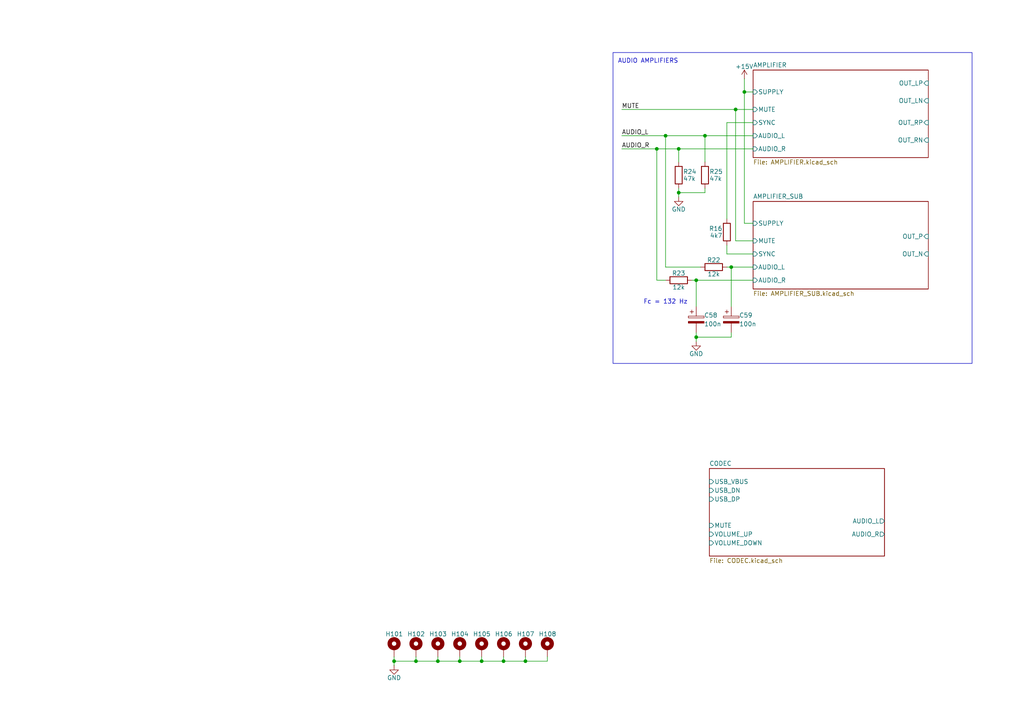
<source format=kicad_sch>
(kicad_sch
	(version 20231120)
	(generator "eeschema")
	(generator_version "8.0")
	(uuid "3d08ab11-db74-4dd8-9c4a-7ceafb634b33")
	(paper "A4")
	(lib_symbols
		(symbol "Device:C_Polarized"
			(pin_numbers hide)
			(pin_names
				(offset 0.254)
			)
			(exclude_from_sim no)
			(in_bom yes)
			(on_board yes)
			(property "Reference" "C"
				(at 0.635 2.54 0)
				(effects
					(font
						(size 1.27 1.27)
					)
					(justify left)
				)
			)
			(property "Value" "C_Polarized"
				(at 0.635 -2.54 0)
				(effects
					(font
						(size 1.27 1.27)
					)
					(justify left)
				)
			)
			(property "Footprint" ""
				(at 0.9652 -3.81 0)
				(effects
					(font
						(size 1.27 1.27)
					)
					(hide yes)
				)
			)
			(property "Datasheet" "~"
				(at 0 0 0)
				(effects
					(font
						(size 1.27 1.27)
					)
					(hide yes)
				)
			)
			(property "Description" "Polarized capacitor"
				(at 0 0 0)
				(effects
					(font
						(size 1.27 1.27)
					)
					(hide yes)
				)
			)
			(property "ki_keywords" "cap capacitor"
				(at 0 0 0)
				(effects
					(font
						(size 1.27 1.27)
					)
					(hide yes)
				)
			)
			(property "ki_fp_filters" "CP_*"
				(at 0 0 0)
				(effects
					(font
						(size 1.27 1.27)
					)
					(hide yes)
				)
			)
			(symbol "C_Polarized_0_1"
				(rectangle
					(start -2.286 0.508)
					(end 2.286 1.016)
					(stroke
						(width 0)
						(type default)
					)
					(fill
						(type none)
					)
				)
				(polyline
					(pts
						(xy -1.778 2.286) (xy -0.762 2.286)
					)
					(stroke
						(width 0)
						(type default)
					)
					(fill
						(type none)
					)
				)
				(polyline
					(pts
						(xy -1.27 2.794) (xy -1.27 1.778)
					)
					(stroke
						(width 0)
						(type default)
					)
					(fill
						(type none)
					)
				)
				(rectangle
					(start 2.286 -0.508)
					(end -2.286 -1.016)
					(stroke
						(width 0)
						(type default)
					)
					(fill
						(type outline)
					)
				)
			)
			(symbol "C_Polarized_1_1"
				(pin passive line
					(at 0 3.81 270)
					(length 2.794)
					(name "~"
						(effects
							(font
								(size 1.27 1.27)
							)
						)
					)
					(number "1"
						(effects
							(font
								(size 1.27 1.27)
							)
						)
					)
				)
				(pin passive line
					(at 0 -3.81 90)
					(length 2.794)
					(name "~"
						(effects
							(font
								(size 1.27 1.27)
							)
						)
					)
					(number "2"
						(effects
							(font
								(size 1.27 1.27)
							)
						)
					)
				)
			)
		)
		(symbol "Device:R"
			(pin_numbers hide)
			(pin_names
				(offset 0)
			)
			(exclude_from_sim no)
			(in_bom yes)
			(on_board yes)
			(property "Reference" "R"
				(at 2.032 0 90)
				(effects
					(font
						(size 1.27 1.27)
					)
				)
			)
			(property "Value" "R"
				(at 0 0 90)
				(effects
					(font
						(size 1.27 1.27)
					)
				)
			)
			(property "Footprint" ""
				(at -1.778 0 90)
				(effects
					(font
						(size 1.27 1.27)
					)
					(hide yes)
				)
			)
			(property "Datasheet" "~"
				(at 0 0 0)
				(effects
					(font
						(size 1.27 1.27)
					)
					(hide yes)
				)
			)
			(property "Description" "Resistor"
				(at 0 0 0)
				(effects
					(font
						(size 1.27 1.27)
					)
					(hide yes)
				)
			)
			(property "ki_keywords" "R res resistor"
				(at 0 0 0)
				(effects
					(font
						(size 1.27 1.27)
					)
					(hide yes)
				)
			)
			(property "ki_fp_filters" "R_*"
				(at 0 0 0)
				(effects
					(font
						(size 1.27 1.27)
					)
					(hide yes)
				)
			)
			(symbol "R_0_1"
				(rectangle
					(start -1.016 -2.54)
					(end 1.016 2.54)
					(stroke
						(width 0.254)
						(type default)
					)
					(fill
						(type none)
					)
				)
			)
			(symbol "R_1_1"
				(pin passive line
					(at 0 3.81 270)
					(length 1.27)
					(name "~"
						(effects
							(font
								(size 1.27 1.27)
							)
						)
					)
					(number "1"
						(effects
							(font
								(size 1.27 1.27)
							)
						)
					)
				)
				(pin passive line
					(at 0 -3.81 90)
					(length 1.27)
					(name "~"
						(effects
							(font
								(size 1.27 1.27)
							)
						)
					)
					(number "2"
						(effects
							(font
								(size 1.27 1.27)
							)
						)
					)
				)
			)
		)
		(symbol "Mechanical:MountingHole_Pad"
			(pin_numbers hide)
			(pin_names
				(offset 1.016) hide)
			(exclude_from_sim yes)
			(in_bom no)
			(on_board yes)
			(property "Reference" "H"
				(at 0 6.35 0)
				(effects
					(font
						(size 1.27 1.27)
					)
				)
			)
			(property "Value" "MountingHole_Pad"
				(at 0 4.445 0)
				(effects
					(font
						(size 1.27 1.27)
					)
				)
			)
			(property "Footprint" ""
				(at 0 0 0)
				(effects
					(font
						(size 1.27 1.27)
					)
					(hide yes)
				)
			)
			(property "Datasheet" "~"
				(at 0 0 0)
				(effects
					(font
						(size 1.27 1.27)
					)
					(hide yes)
				)
			)
			(property "Description" "Mounting Hole with connection"
				(at 0 0 0)
				(effects
					(font
						(size 1.27 1.27)
					)
					(hide yes)
				)
			)
			(property "ki_keywords" "mounting hole"
				(at 0 0 0)
				(effects
					(font
						(size 1.27 1.27)
					)
					(hide yes)
				)
			)
			(property "ki_fp_filters" "MountingHole*Pad*"
				(at 0 0 0)
				(effects
					(font
						(size 1.27 1.27)
					)
					(hide yes)
				)
			)
			(symbol "MountingHole_Pad_0_1"
				(circle
					(center 0 1.27)
					(radius 1.27)
					(stroke
						(width 1.27)
						(type default)
					)
					(fill
						(type none)
					)
				)
			)
			(symbol "MountingHole_Pad_1_1"
				(pin input line
					(at 0 -2.54 90)
					(length 2.54)
					(name "1"
						(effects
							(font
								(size 1.27 1.27)
							)
						)
					)
					(number "1"
						(effects
							(font
								(size 1.27 1.27)
							)
						)
					)
				)
			)
		)
		(symbol "power:+15V"
			(power)
			(pin_numbers hide)
			(pin_names
				(offset 0) hide)
			(exclude_from_sim no)
			(in_bom yes)
			(on_board yes)
			(property "Reference" "#PWR"
				(at 0 -3.81 0)
				(effects
					(font
						(size 1.27 1.27)
					)
					(hide yes)
				)
			)
			(property "Value" "+15V"
				(at 0 3.556 0)
				(effects
					(font
						(size 1.27 1.27)
					)
				)
			)
			(property "Footprint" ""
				(at 0 0 0)
				(effects
					(font
						(size 1.27 1.27)
					)
					(hide yes)
				)
			)
			(property "Datasheet" ""
				(at 0 0 0)
				(effects
					(font
						(size 1.27 1.27)
					)
					(hide yes)
				)
			)
			(property "Description" "Power symbol creates a global label with name \"+15V\""
				(at 0 0 0)
				(effects
					(font
						(size 1.27 1.27)
					)
					(hide yes)
				)
			)
			(property "ki_keywords" "global power"
				(at 0 0 0)
				(effects
					(font
						(size 1.27 1.27)
					)
					(hide yes)
				)
			)
			(symbol "+15V_0_1"
				(polyline
					(pts
						(xy -0.762 1.27) (xy 0 2.54)
					)
					(stroke
						(width 0)
						(type default)
					)
					(fill
						(type none)
					)
				)
				(polyline
					(pts
						(xy 0 0) (xy 0 2.54)
					)
					(stroke
						(width 0)
						(type default)
					)
					(fill
						(type none)
					)
				)
				(polyline
					(pts
						(xy 0 2.54) (xy 0.762 1.27)
					)
					(stroke
						(width 0)
						(type default)
					)
					(fill
						(type none)
					)
				)
			)
			(symbol "+15V_1_1"
				(pin power_in line
					(at 0 0 90)
					(length 0)
					(name "~"
						(effects
							(font
								(size 1.27 1.27)
							)
						)
					)
					(number "1"
						(effects
							(font
								(size 1.27 1.27)
							)
						)
					)
				)
			)
		)
		(symbol "power:GND"
			(power)
			(pin_numbers hide)
			(pin_names
				(offset 0) hide)
			(exclude_from_sim no)
			(in_bom yes)
			(on_board yes)
			(property "Reference" "#PWR"
				(at 0 -6.35 0)
				(effects
					(font
						(size 1.27 1.27)
					)
					(hide yes)
				)
			)
			(property "Value" "GND"
				(at 0 -3.81 0)
				(effects
					(font
						(size 1.27 1.27)
					)
				)
			)
			(property "Footprint" ""
				(at 0 0 0)
				(effects
					(font
						(size 1.27 1.27)
					)
					(hide yes)
				)
			)
			(property "Datasheet" ""
				(at 0 0 0)
				(effects
					(font
						(size 1.27 1.27)
					)
					(hide yes)
				)
			)
			(property "Description" "Power symbol creates a global label with name \"GND\" , ground"
				(at 0 0 0)
				(effects
					(font
						(size 1.27 1.27)
					)
					(hide yes)
				)
			)
			(property "ki_keywords" "global power"
				(at 0 0 0)
				(effects
					(font
						(size 1.27 1.27)
					)
					(hide yes)
				)
			)
			(symbol "GND_0_1"
				(polyline
					(pts
						(xy 0 0) (xy 0 -1.27) (xy 1.27 -1.27) (xy 0 -2.54) (xy -1.27 -1.27) (xy 0 -1.27)
					)
					(stroke
						(width 0)
						(type default)
					)
					(fill
						(type none)
					)
				)
			)
			(symbol "GND_1_1"
				(pin power_in line
					(at 0 0 270)
					(length 0)
					(name "~"
						(effects
							(font
								(size 1.27 1.27)
							)
						)
					)
					(number "1"
						(effects
							(font
								(size 1.27 1.27)
							)
						)
					)
				)
			)
		)
	)
	(junction
		(at 201.93 97.79)
		(diameter 0)
		(color 0 0 0 0)
		(uuid "129c5451-28aa-46f9-9148-153e8c56d1a4")
	)
	(junction
		(at 212.09 77.47)
		(diameter 0)
		(color 0 0 0 0)
		(uuid "19d98ebb-c503-4966-a9b0-71d96f7c0fa1")
	)
	(junction
		(at 201.93 81.28)
		(diameter 0)
		(color 0 0 0 0)
		(uuid "2bb0756b-53ba-4f82-a566-85f470946371")
	)
	(junction
		(at 196.85 55.88)
		(diameter 0)
		(color 0 0 0 0)
		(uuid "33eeae57-1c46-43c9-95d2-70e57f7ac1c9")
	)
	(junction
		(at 146.05 191.77)
		(diameter 0)
		(color 0 0 0 0)
		(uuid "3881d6c3-1830-4155-9e73-defad18eb04f")
	)
	(junction
		(at 213.36 31.75)
		(diameter 0)
		(color 0 0 0 0)
		(uuid "3aed21f3-3886-42f0-81a3-8fe47546afe3")
	)
	(junction
		(at 215.9 26.67)
		(diameter 0)
		(color 0 0 0 0)
		(uuid "40ee93d1-f2b0-4cb5-ad13-f39546407b8b")
	)
	(junction
		(at 120.65 191.77)
		(diameter 0)
		(color 0 0 0 0)
		(uuid "77058d03-2949-46cd-a8b5-0ddd7f5fda20")
	)
	(junction
		(at 152.4 191.77)
		(diameter 0)
		(color 0 0 0 0)
		(uuid "77bca380-b88d-44bc-a9ae-3e38405f2727")
	)
	(junction
		(at 204.47 39.37)
		(diameter 0)
		(color 0 0 0 0)
		(uuid "81f1298d-3353-4bb5-b0f5-37ff93a7f516")
	)
	(junction
		(at 193.04 39.37)
		(diameter 0)
		(color 0 0 0 0)
		(uuid "87dff927-f21e-47a3-9a9c-91bac5f9e23c")
	)
	(junction
		(at 133.35 191.77)
		(diameter 0)
		(color 0 0 0 0)
		(uuid "88b8d9a7-a5f9-4845-9621-46cdc3a90073")
	)
	(junction
		(at 190.5 43.18)
		(diameter 0)
		(color 0 0 0 0)
		(uuid "894494b3-b86d-4438-8524-672179bdb73a")
	)
	(junction
		(at 139.7 191.77)
		(diameter 0)
		(color 0 0 0 0)
		(uuid "9e9489fa-07fe-47ab-9303-288e255cd004")
	)
	(junction
		(at 127 191.77)
		(diameter 0)
		(color 0 0 0 0)
		(uuid "ae90622c-0aa7-438f-aa0e-349081a88bce")
	)
	(junction
		(at 114.3 191.77)
		(diameter 0)
		(color 0 0 0 0)
		(uuid "c055e19c-a998-4e1e-b7b0-98cd3ea63737")
	)
	(junction
		(at 196.85 43.18)
		(diameter 0)
		(color 0 0 0 0)
		(uuid "c89502dc-3a5d-447b-b655-5c8f3a7cf2b4")
	)
	(wire
		(pts
			(xy 218.44 69.85) (xy 213.36 69.85)
		)
		(stroke
			(width 0)
			(type default)
		)
		(uuid "03b01242-82d8-469c-b1c7-04161c466ffd")
	)
	(wire
		(pts
			(xy -49.53 63.5) (xy -41.91 63.5)
		)
		(stroke
			(width 0)
			(type default)
		)
		(uuid "0bb96ade-0841-4437-a954-a02d1c5eed88")
	)
	(wire
		(pts
			(xy 190.5 81.28) (xy 190.5 43.18)
		)
		(stroke
			(width 0)
			(type default)
		)
		(uuid "251b4339-3cd7-4e94-aa67-87f26c4d0b3f")
	)
	(wire
		(pts
			(xy -49.53 68.58) (xy -33.02 68.58)
		)
		(stroke
			(width 0)
			(type default)
		)
		(uuid "2755520c-8e13-45fb-a6ef-65adadaaa061")
	)
	(wire
		(pts
			(xy 180.34 39.37) (xy 193.04 39.37)
		)
		(stroke
			(width 0)
			(type default)
		)
		(uuid "3434bc06-b59e-448e-8060-8a07a9428c2f")
	)
	(wire
		(pts
			(xy 212.09 77.47) (xy 218.44 77.47)
		)
		(stroke
			(width 0)
			(type default)
		)
		(uuid "37366d17-7ab5-4e19-afc6-71549f768145")
	)
	(wire
		(pts
			(xy -49.53 2.54) (xy -44.45 2.54)
		)
		(stroke
			(width 0)
			(type default)
		)
		(uuid "3827d9a8-052a-426e-a4c2-52cdc334e4ff")
	)
	(wire
		(pts
			(xy 201.93 97.79) (xy 201.93 96.52)
		)
		(stroke
			(width 0)
			(type default)
		)
		(uuid "3b4a224a-4c4a-45cc-b507-ca7cca44beb6")
	)
	(wire
		(pts
			(xy -41.91 0) (xy -49.53 0)
		)
		(stroke
			(width 0)
			(type default)
		)
		(uuid "40561a5e-ff75-4f42-b544-945d0b7cd4ab")
	)
	(wire
		(pts
			(xy 133.35 191.77) (xy 139.7 191.77)
		)
		(stroke
			(width 0)
			(type default)
		)
		(uuid "43949a61-6ab2-4fa1-b27d-c597bba1005a")
	)
	(wire
		(pts
			(xy 158.75 190.5) (xy 158.75 191.77)
		)
		(stroke
			(width 0)
			(type default)
		)
		(uuid "4b9a8d1e-9ab7-490b-a0a9-91a1d5a0fa17")
	)
	(wire
		(pts
			(xy 212.09 96.52) (xy 212.09 97.79)
		)
		(stroke
			(width 0)
			(type default)
		)
		(uuid "4e1d8ef8-48ed-4048-a4a9-2a40d5c9e336")
	)
	(wire
		(pts
			(xy 114.3 190.5) (xy 114.3 191.77)
		)
		(stroke
			(width 0)
			(type default)
		)
		(uuid "4e278802-6154-4029-b8e6-e6d0713b50b3")
	)
	(wire
		(pts
			(xy 218.44 26.67) (xy 215.9 26.67)
		)
		(stroke
			(width 0)
			(type default)
		)
		(uuid "5089ac76-2cb4-4996-aaa3-a7e0cb31e769")
	)
	(wire
		(pts
			(xy 200.66 81.28) (xy 201.93 81.28)
		)
		(stroke
			(width 0)
			(type default)
		)
		(uuid "509e030c-2506-4a96-af8e-65846fdf6228")
	)
	(wire
		(pts
			(xy 196.85 55.88) (xy 204.47 55.88)
		)
		(stroke
			(width 0)
			(type default)
		)
		(uuid "543e0844-c1c5-4f27-8a5c-3cbf5513d4e1")
	)
	(wire
		(pts
			(xy 190.5 81.28) (xy 193.04 81.28)
		)
		(stroke
			(width 0)
			(type default)
		)
		(uuid "55ae5655-bb6f-4b03-bf48-43041f0f46c0")
	)
	(wire
		(pts
			(xy -46.99 25.4) (xy -49.53 25.4)
		)
		(stroke
			(width 0)
			(type default)
		)
		(uuid "59b5fcd4-03ff-48cd-9f5b-0dc8b27f8b16")
	)
	(wire
		(pts
			(xy 152.4 191.77) (xy 158.75 191.77)
		)
		(stroke
			(width 0)
			(type default)
		)
		(uuid "5c12f233-e2fd-4024-a2fd-0e9ec0fabb7d")
	)
	(wire
		(pts
			(xy 120.65 190.5) (xy 120.65 191.77)
		)
		(stroke
			(width 0)
			(type default)
		)
		(uuid "64ae61cf-3c9f-4758-b660-596927cf8ee8")
	)
	(wire
		(pts
			(xy 180.34 31.75) (xy 213.36 31.75)
		)
		(stroke
			(width 0)
			(type default)
		)
		(uuid "6c6c26ce-a657-43ba-a34c-1a8e96aff39b")
	)
	(wire
		(pts
			(xy 146.05 190.5) (xy 146.05 191.77)
		)
		(stroke
			(width 0)
			(type default)
		)
		(uuid "71b100d8-bffc-49a3-95b2-97675a931373")
	)
	(wire
		(pts
			(xy 196.85 57.15) (xy 196.85 55.88)
		)
		(stroke
			(width 0)
			(type default)
		)
		(uuid "770ce374-fcf0-48f2-8a4d-e0c774d03177")
	)
	(wire
		(pts
			(xy 152.4 190.5) (xy 152.4 191.77)
		)
		(stroke
			(width 0)
			(type default)
		)
		(uuid "776aa646-9589-4395-a8e7-6f8798c40f6c")
	)
	(wire
		(pts
			(xy 180.34 43.18) (xy 190.5 43.18)
		)
		(stroke
			(width 0)
			(type default)
		)
		(uuid "80e6ddc2-e184-4ae8-a074-05f4363d5361")
	)
	(wire
		(pts
			(xy 193.04 39.37) (xy 193.04 77.47)
		)
		(stroke
			(width 0)
			(type default)
		)
		(uuid "81b6fb60-8c42-43a0-bf7e-c40896a44d5e")
	)
	(wire
		(pts
			(xy 133.35 190.5) (xy 133.35 191.77)
		)
		(stroke
			(width 0)
			(type default)
		)
		(uuid "8397568a-1f16-4a11-8682-530e32d0f6fe")
	)
	(wire
		(pts
			(xy 193.04 77.47) (xy 203.2 77.47)
		)
		(stroke
			(width 0)
			(type default)
		)
		(uuid "876b65a6-7811-4d17-9bb7-8bc3bbb55e61")
	)
	(wire
		(pts
			(xy 213.36 31.75) (xy 218.44 31.75)
		)
		(stroke
			(width 0)
			(type default)
		)
		(uuid "8c1b1b8d-8d24-4c43-a8be-ee728e466242")
	)
	(wire
		(pts
			(xy 114.3 191.77) (xy 120.65 191.77)
		)
		(stroke
			(width 0)
			(type default)
		)
		(uuid "8e19732c-d6e9-4cfb-8c6e-f6235da6f677")
	)
	(wire
		(pts
			(xy 218.44 64.77) (xy 215.9 64.77)
		)
		(stroke
			(width 0)
			(type default)
		)
		(uuid "8ffc1f7d-8264-47a7-97f1-69afd3985746")
	)
	(wire
		(pts
			(xy 212.09 77.47) (xy 212.09 88.9)
		)
		(stroke
			(width 0)
			(type default)
		)
		(uuid "928c5ad7-fd7b-4d70-98d2-e1e6102cc476")
	)
	(wire
		(pts
			(xy -49.53 49.53) (xy -33.02 49.53)
		)
		(stroke
			(width 0)
			(type default)
		)
		(uuid "9317d3fb-d1b5-4572-9831-d49a4ba5ad01")
	)
	(wire
		(pts
			(xy 204.47 39.37) (xy 218.44 39.37)
		)
		(stroke
			(width 0)
			(type default)
		)
		(uuid "94a7cae7-7d41-4c91-9127-645f75eb9a3d")
	)
	(wire
		(pts
			(xy 146.05 191.77) (xy 152.4 191.77)
		)
		(stroke
			(width 0)
			(type default)
		)
		(uuid "9a287c63-f809-4e10-be4c-b1424b5438e8")
	)
	(wire
		(pts
			(xy 196.85 43.18) (xy 196.85 46.99)
		)
		(stroke
			(width 0)
			(type default)
		)
		(uuid "9cd6cee8-5d5c-4b6c-a245-ab819afaf9a2")
	)
	(wire
		(pts
			(xy 196.85 54.61) (xy 196.85 55.88)
		)
		(stroke
			(width 0)
			(type default)
		)
		(uuid "9d653b60-6ee9-460c-91f6-2f6b29819a42")
	)
	(wire
		(pts
			(xy -49.53 30.48) (xy -33.02 30.48)
		)
		(stroke
			(width 0)
			(type default)
		)
		(uuid "b38b8dd4-1e7a-4be6-84bc-734841a5b1a7")
	)
	(wire
		(pts
			(xy 127 190.5) (xy 127 191.77)
		)
		(stroke
			(width 0)
			(type default)
		)
		(uuid "b3d2cfc2-3367-47f9-9cde-2ee5ba069f31")
	)
	(wire
		(pts
			(xy 139.7 191.77) (xy 146.05 191.77)
		)
		(stroke
			(width 0)
			(type default)
		)
		(uuid "b44d2a65-36d2-4d2c-9fdb-8a850db1d4fd")
	)
	(wire
		(pts
			(xy 190.5 43.18) (xy 196.85 43.18)
		)
		(stroke
			(width 0)
			(type default)
		)
		(uuid "b49bd994-3ee0-4a00-bc6c-e10ed8f4bec9")
	)
	(wire
		(pts
			(xy 218.44 35.56) (xy 210.82 35.56)
		)
		(stroke
			(width 0)
			(type default)
		)
		(uuid "b55e06c4-395e-4d12-9fbf-361e7649c5a4")
	)
	(wire
		(pts
			(xy 210.82 71.12) (xy 210.82 73.66)
		)
		(stroke
			(width 0)
			(type default)
		)
		(uuid "b74e467c-10fe-49d1-ae51-671c6b814bb4")
	)
	(wire
		(pts
			(xy 139.7 190.5) (xy 139.7 191.77)
		)
		(stroke
			(width 0)
			(type default)
		)
		(uuid "b8ddba39-a87e-48ef-8ff0-a41ae5c693a4")
	)
	(wire
		(pts
			(xy -44.45 44.45) (xy -49.53 44.45)
		)
		(stroke
			(width 0)
			(type default)
		)
		(uuid "bd493eb1-0f33-4785-8352-29b7ca79d858")
	)
	(wire
		(pts
			(xy 210.82 73.66) (xy 218.44 73.66)
		)
		(stroke
			(width 0)
			(type default)
		)
		(uuid "be1eea68-b76e-4a3c-912b-9613c8561016")
	)
	(wire
		(pts
			(xy 215.9 26.67) (xy 215.9 64.77)
		)
		(stroke
			(width 0)
			(type default)
		)
		(uuid "c7973a66-fc5b-4e5b-a86b-61495ca50439")
	)
	(wire
		(pts
			(xy 210.82 77.47) (xy 212.09 77.47)
		)
		(stroke
			(width 0)
			(type default)
		)
		(uuid "cc3bef3d-5ae9-48bc-bbaf-3b8d3f060e1e")
	)
	(wire
		(pts
			(xy 215.9 26.67) (xy 215.9 22.86)
		)
		(stroke
			(width 0)
			(type default)
		)
		(uuid "cd5bfb34-0a10-4eb6-9e93-2d34230c46bf")
	)
	(wire
		(pts
			(xy 193.04 39.37) (xy 204.47 39.37)
		)
		(stroke
			(width 0)
			(type default)
		)
		(uuid "ce6043e7-bdd0-43d2-8abc-4cea177e5058")
	)
	(wire
		(pts
			(xy 204.47 39.37) (xy 204.47 46.99)
		)
		(stroke
			(width 0)
			(type default)
		)
		(uuid "d50143c3-d8f0-42d2-9c45-4f9eda68edd0")
	)
	(wire
		(pts
			(xy 204.47 54.61) (xy 204.47 55.88)
		)
		(stroke
			(width 0)
			(type default)
		)
		(uuid "d54971fb-b169-41fc-8b3a-9a63214d3547")
	)
	(wire
		(pts
			(xy -44.45 2.54) (xy -44.45 44.45)
		)
		(stroke
			(width 0)
			(type default)
		)
		(uuid "d8b1f444-21be-4621-b1ee-99b90f583d28")
	)
	(wire
		(pts
			(xy 201.93 97.79) (xy 201.93 99.06)
		)
		(stroke
			(width 0)
			(type default)
		)
		(uuid "dacf1ee9-2d41-482c-8804-71491536e52c")
	)
	(wire
		(pts
			(xy -41.91 63.5) (xy -41.91 0)
		)
		(stroke
			(width 0)
			(type default)
		)
		(uuid "deadce20-4601-49c3-8981-16453ba74142")
	)
	(wire
		(pts
			(xy 213.36 31.75) (xy 213.36 69.85)
		)
		(stroke
			(width 0)
			(type default)
		)
		(uuid "dee4b63c-d9a2-4332-a436-3cee3bfd8231")
	)
	(wire
		(pts
			(xy 114.3 191.77) (xy 114.3 193.04)
		)
		(stroke
			(width 0)
			(type default)
		)
		(uuid "e3d6c474-fddd-4d6a-97a9-fd1d61e42ff8")
	)
	(wire
		(pts
			(xy 127 191.77) (xy 133.35 191.77)
		)
		(stroke
			(width 0)
			(type default)
		)
		(uuid "e9cbfb65-9311-4934-8259-a2b039485e46")
	)
	(wire
		(pts
			(xy 201.93 81.28) (xy 201.93 88.9)
		)
		(stroke
			(width 0)
			(type default)
		)
		(uuid "ebd51762-965e-45d3-826d-1fdb8dc4af6c")
	)
	(wire
		(pts
			(xy 120.65 191.77) (xy 127 191.77)
		)
		(stroke
			(width 0)
			(type default)
		)
		(uuid "ecaddd4b-4ee5-43ef-ac21-cf213ddc58be")
	)
	(wire
		(pts
			(xy -46.99 5.08) (xy -46.99 25.4)
		)
		(stroke
			(width 0)
			(type default)
		)
		(uuid "eebd974a-46ad-4bc1-8c7e-bfe824bb5997")
	)
	(wire
		(pts
			(xy 210.82 35.56) (xy 210.82 63.5)
		)
		(stroke
			(width 0)
			(type default)
		)
		(uuid "f058092a-871c-40b0-acfd-b7bc7f21a542")
	)
	(wire
		(pts
			(xy 201.93 97.79) (xy 212.09 97.79)
		)
		(stroke
			(width 0)
			(type default)
		)
		(uuid "f4353ab0-f2bf-45c3-84c7-34a41770de6c")
	)
	(wire
		(pts
			(xy 196.85 43.18) (xy 218.44 43.18)
		)
		(stroke
			(width 0)
			(type default)
		)
		(uuid "f97156ab-f53e-40a1-b28a-b9a4d49e23c6")
	)
	(wire
		(pts
			(xy 201.93 81.28) (xy 218.44 81.28)
		)
		(stroke
			(width 0)
			(type default)
		)
		(uuid "fa351f75-b1b0-4ca5-880d-45fd85c6c32b")
	)
	(wire
		(pts
			(xy -49.53 5.08) (xy -46.99 5.08)
		)
		(stroke
			(width 0)
			(type default)
		)
		(uuid "ff8c84d0-cd0b-482a-a8ee-1c7ad5192524")
	)
	(rectangle
		(start 177.8 15.24)
		(end 281.94 105.41)
		(stroke
			(width 0)
			(type default)
		)
		(fill
			(type none)
		)
		(uuid fb16de4f-5bd9-4faf-bd2a-fb268d2495ec)
	)
	(text_box "TODO:\n - Change op-amps\n - Change USB XTAL\n - Find comparator\n - Find 555-timer"
		(exclude_from_sim no)
		(at -88.9 132.08 0)
		(size 55.88 35.56)
		(stroke
			(width 0)
			(type default)
		)
		(fill
			(type none)
		)
		(effects
			(font
				(size 1.27 1.27)
			)
			(justify left top)
		)
		(uuid "2e907aa5-6bdd-4118-8711-b30f9bc7d203")
	)
	(text "Fc = 132 Hz"
		(exclude_from_sim no)
		(at 193.04 87.63 0)
		(effects
			(font
				(size 1.27 1.27)
			)
		)
		(uuid "c525c51c-3ce3-4fc7-8c5f-b238b48db2d9")
	)
	(text "AUDIO AMPLIFIERS"
		(exclude_from_sim no)
		(at 187.96 17.78 0)
		(effects
			(font
				(size 1.27 1.27)
			)
		)
		(uuid "c70d7460-3bde-45c9-a1b8-85b47aa5e540")
	)
	(label "AUDIO_R"
		(at 180.34 43.18 0)
		(fields_autoplaced yes)
		(effects
			(font
				(size 1.27 1.27)
			)
			(justify left bottom)
		)
		(uuid "162c9b54-891a-4d44-91a0-664ab7989ad1")
	)
	(label "MUTE"
		(at 180.34 31.75 0)
		(fields_autoplaced yes)
		(effects
			(font
				(size 1.27 1.27)
			)
			(justify left bottom)
		)
		(uuid "c3a7b366-e1f0-439d-a996-858ea1448b05")
	)
	(label "AUDIO_L"
		(at 180.34 39.37 0)
		(fields_autoplaced yes)
		(effects
			(font
				(size 1.27 1.27)
			)
			(justify left bottom)
		)
		(uuid "f7863e2c-55d0-4de5-8010-685a9127c65f")
	)
	(symbol
		(lib_id "Mechanical:MountingHole_Pad")
		(at 133.35 187.96 0)
		(unit 1)
		(exclude_from_sim yes)
		(in_bom no)
		(on_board yes)
		(dnp no)
		(uuid "01e858cd-b9f7-44e8-a3f3-5ac785b4d502")
		(property "Reference" "H104"
			(at 130.81 183.896 0)
			(effects
				(font
					(size 1.27 1.27)
				)
				(justify left)
			)
		)
		(property "Value" "MountingHole_Pad"
			(at 135.89 187.9599 0)
			(effects
				(font
					(size 1.27 1.27)
				)
				(justify left)
				(hide yes)
			)
		)
		(property "Footprint" "MountingHole:MountingHole_3.2mm_M3_Pad_TopBottom"
			(at 133.35 187.96 0)
			(effects
				(font
					(size 1.27 1.27)
				)
				(hide yes)
			)
		)
		(property "Datasheet" "~"
			(at 133.35 187.96 0)
			(effects
				(font
					(size 1.27 1.27)
				)
				(hide yes)
			)
		)
		(property "Description" "Mounting Hole with connection"
			(at 133.35 187.96 0)
			(effects
				(font
					(size 1.27 1.27)
				)
				(hide yes)
			)
		)
		(pin "1"
			(uuid "f77b2892-0d69-4f7a-b235-8bf047b36e36")
		)
		(instances
			(project "DesktopControl-HW"
				(path "/3d08ab11-db74-4dd8-9c4a-7ceafb634b33"
					(reference "H104")
					(unit 1)
				)
			)
		)
	)
	(symbol
		(lib_id "Device:R")
		(at 207.01 77.47 90)
		(unit 1)
		(exclude_from_sim no)
		(in_bom yes)
		(on_board yes)
		(dnp no)
		(uuid "06a8e36e-7cca-4e8c-a969-275b2bb0ba57")
		(property "Reference" "R22"
			(at 207.01 75.438 90)
			(effects
				(font
					(size 1.27 1.27)
				)
			)
		)
		(property "Value" "12k"
			(at 207.01 79.502 90)
			(effects
				(font
					(size 1.27 1.27)
				)
			)
		)
		(property "Footprint" "Resistor_SMD:R_0603_1608Metric_Pad0.98x0.95mm_HandSolder"
			(at 207.01 79.248 90)
			(effects
				(font
					(size 1.27 1.27)
				)
				(hide yes)
			)
		)
		(property "Datasheet" "~"
			(at 207.01 77.47 0)
			(effects
				(font
					(size 1.27 1.27)
				)
				(hide yes)
			)
		)
		(property "Description" "Resistor"
			(at 207.01 77.47 0)
			(effects
				(font
					(size 1.27 1.27)
				)
				(hide yes)
			)
		)
		(pin "2"
			(uuid "61fea61c-7871-4540-bd49-46f0c41124b6")
		)
		(pin "1"
			(uuid "e3e3fc2e-4fe0-4009-bd96-ee4c5de79679")
		)
		(instances
			(project "DesktopControl-HW"
				(path "/3d08ab11-db74-4dd8-9c4a-7ceafb634b33"
					(reference "R22")
					(unit 1)
				)
			)
		)
	)
	(symbol
		(lib_id "Device:R")
		(at 210.82 67.31 0)
		(mirror x)
		(unit 1)
		(exclude_from_sim no)
		(in_bom yes)
		(on_board yes)
		(dnp no)
		(uuid "13227643-e68d-4fda-9163-79f9b53e749e")
		(property "Reference" "R16"
			(at 209.55 66.294 0)
			(effects
				(font
					(size 1.27 1.27)
				)
				(justify right)
			)
		)
		(property "Value" "4k7"
			(at 209.55 68.326 0)
			(effects
				(font
					(size 1.27 1.27)
				)
				(justify right)
			)
		)
		(property "Footprint" "Resistor_SMD:R_0603_1608Metric_Pad0.98x0.95mm_HandSolder"
			(at 209.042 67.31 90)
			(effects
				(font
					(size 1.27 1.27)
				)
				(hide yes)
			)
		)
		(property "Datasheet" "~"
			(at 210.82 67.31 0)
			(effects
				(font
					(size 1.27 1.27)
				)
				(hide yes)
			)
		)
		(property "Description" "Resistor"
			(at 210.82 67.31 0)
			(effects
				(font
					(size 1.27 1.27)
				)
				(hide yes)
			)
		)
		(pin "2"
			(uuid "1d6dd1b0-0f74-4827-8834-d1f1b40ef560")
		)
		(pin "1"
			(uuid "f375cfe8-18d1-4635-9778-440063c62388")
		)
		(instances
			(project "DesktopControl-HW"
				(path "/3d08ab11-db74-4dd8-9c4a-7ceafb634b33"
					(reference "R16")
					(unit 1)
				)
			)
		)
	)
	(symbol
		(lib_id "Mechanical:MountingHole_Pad")
		(at 146.05 187.96 0)
		(unit 1)
		(exclude_from_sim yes)
		(in_bom no)
		(on_board yes)
		(dnp no)
		(uuid "1b86863d-5de3-4748-a91c-6b6552efbd14")
		(property "Reference" "H106"
			(at 143.51 183.896 0)
			(effects
				(font
					(size 1.27 1.27)
				)
				(justify left)
			)
		)
		(property "Value" "MountingHole_Pad"
			(at 148.59 187.9599 0)
			(effects
				(font
					(size 1.27 1.27)
				)
				(justify left)
				(hide yes)
			)
		)
		(property "Footprint" "MountingHole:MountingHole_3.2mm_M3_Pad_TopBottom"
			(at 146.05 187.96 0)
			(effects
				(font
					(size 1.27 1.27)
				)
				(hide yes)
			)
		)
		(property "Datasheet" "~"
			(at 146.05 187.96 0)
			(effects
				(font
					(size 1.27 1.27)
				)
				(hide yes)
			)
		)
		(property "Description" "Mounting Hole with connection"
			(at 146.05 187.96 0)
			(effects
				(font
					(size 1.27 1.27)
				)
				(hide yes)
			)
		)
		(pin "1"
			(uuid "b0f3bc04-5932-420b-a44b-036c0834df9c")
		)
		(instances
			(project "DesktopControl-HW"
				(path "/3d08ab11-db74-4dd8-9c4a-7ceafb634b33"
					(reference "H106")
					(unit 1)
				)
			)
		)
	)
	(symbol
		(lib_id "Device:R")
		(at 196.85 81.28 90)
		(unit 1)
		(exclude_from_sim no)
		(in_bom yes)
		(on_board yes)
		(dnp no)
		(uuid "2a50020d-4112-44e4-a9f6-87b6d9e8ccba")
		(property "Reference" "R23"
			(at 196.85 79.248 90)
			(effects
				(font
					(size 1.27 1.27)
				)
			)
		)
		(property "Value" "12k"
			(at 196.85 83.312 90)
			(effects
				(font
					(size 1.27 1.27)
				)
			)
		)
		(property "Footprint" "Resistor_SMD:R_0603_1608Metric_Pad0.98x0.95mm_HandSolder"
			(at 196.85 83.058 90)
			(effects
				(font
					(size 1.27 1.27)
				)
				(hide yes)
			)
		)
		(property "Datasheet" "~"
			(at 196.85 81.28 0)
			(effects
				(font
					(size 1.27 1.27)
				)
				(hide yes)
			)
		)
		(property "Description" "Resistor"
			(at 196.85 81.28 0)
			(effects
				(font
					(size 1.27 1.27)
				)
				(hide yes)
			)
		)
		(pin "2"
			(uuid "2b7aa83f-ecec-417d-b32b-1e137c4e1e02")
		)
		(pin "1"
			(uuid "b71b9546-af98-4c50-9a6e-3f8332c4aef3")
		)
		(instances
			(project "DesktopControl-HW"
				(path "/3d08ab11-db74-4dd8-9c4a-7ceafb634b33"
					(reference "R23")
					(unit 1)
				)
			)
		)
	)
	(symbol
		(lib_id "Device:C_Polarized")
		(at 212.09 92.71 0)
		(unit 1)
		(exclude_from_sim no)
		(in_bom yes)
		(on_board yes)
		(dnp no)
		(uuid "449a165e-32d9-432d-8eed-0f5332023b61")
		(property "Reference" "C59"
			(at 214.376 91.44 0)
			(effects
				(font
					(size 1.27 1.27)
				)
				(justify left)
			)
		)
		(property "Value" "100n"
			(at 214.376 93.98 0)
			(effects
				(font
					(size 1.27 1.27)
				)
				(justify left)
			)
		)
		(property "Footprint" ""
			(at 213.0552 96.52 0)
			(effects
				(font
					(size 1.27 1.27)
				)
				(hide yes)
			)
		)
		(property "Datasheet" "~"
			(at 212.09 92.71 0)
			(effects
				(font
					(size 1.27 1.27)
				)
				(hide yes)
			)
		)
		(property "Description" "Polarized capacitor"
			(at 212.09 92.71 0)
			(effects
				(font
					(size 1.27 1.27)
				)
				(hide yes)
			)
		)
		(pin "1"
			(uuid "0082a232-e518-442e-ad68-fa05867e0f84")
		)
		(pin "2"
			(uuid "cf5400c2-9a40-45e8-b128-6d2c6d80b1af")
		)
		(instances
			(project "DesktopControl-HW"
				(path "/3d08ab11-db74-4dd8-9c4a-7ceafb634b33"
					(reference "C59")
					(unit 1)
				)
			)
		)
	)
	(symbol
		(lib_id "Mechanical:MountingHole_Pad")
		(at 114.3 187.96 0)
		(unit 1)
		(exclude_from_sim yes)
		(in_bom no)
		(on_board yes)
		(dnp no)
		(uuid "6cc6f32a-ea03-45e0-a46f-ebbf0b6e30b0")
		(property "Reference" "H101"
			(at 111.76 183.896 0)
			(effects
				(font
					(size 1.27 1.27)
				)
				(justify left)
			)
		)
		(property "Value" "MountingHole_Pad"
			(at 116.84 187.9599 0)
			(effects
				(font
					(size 1.27 1.27)
				)
				(justify left)
				(hide yes)
			)
		)
		(property "Footprint" "MountingHole:MountingHole_3.2mm_M3_Pad_TopBottom"
			(at 114.3 187.96 0)
			(effects
				(font
					(size 1.27 1.27)
				)
				(hide yes)
			)
		)
		(property "Datasheet" "~"
			(at 114.3 187.96 0)
			(effects
				(font
					(size 1.27 1.27)
				)
				(hide yes)
			)
		)
		(property "Description" "Mounting Hole with connection"
			(at 114.3 187.96 0)
			(effects
				(font
					(size 1.27 1.27)
				)
				(hide yes)
			)
		)
		(pin "1"
			(uuid "e516382d-436a-40b3-be60-c73f92774aee")
		)
		(instances
			(project "DesktopControl-HW"
				(path "/3d08ab11-db74-4dd8-9c4a-7ceafb634b33"
					(reference "H101")
					(unit 1)
				)
			)
		)
	)
	(symbol
		(lib_id "power:GND")
		(at 201.93 99.06 0)
		(unit 1)
		(exclude_from_sim no)
		(in_bom yes)
		(on_board yes)
		(dnp no)
		(uuid "76732962-c8c3-4f9a-b534-dc3e1ef790eb")
		(property "Reference" "#PWR014"
			(at 201.93 105.41 0)
			(effects
				(font
					(size 1.27 1.27)
				)
				(hide yes)
			)
		)
		(property "Value" "GND"
			(at 201.93 102.616 0)
			(effects
				(font
					(size 1.27 1.27)
				)
			)
		)
		(property "Footprint" ""
			(at 201.93 99.06 0)
			(effects
				(font
					(size 1.27 1.27)
				)
				(hide yes)
			)
		)
		(property "Datasheet" ""
			(at 201.93 99.06 0)
			(effects
				(font
					(size 1.27 1.27)
				)
				(hide yes)
			)
		)
		(property "Description" "Power symbol creates a global label with name \"GND\" , ground"
			(at 201.93 99.06 0)
			(effects
				(font
					(size 1.27 1.27)
				)
				(hide yes)
			)
		)
		(pin "1"
			(uuid "05d262d5-47c0-4879-8518-4b3480aa84d5")
		)
		(instances
			(project "DesktopControl-HW"
				(path "/3d08ab11-db74-4dd8-9c4a-7ceafb634b33"
					(reference "#PWR014")
					(unit 1)
				)
			)
		)
	)
	(symbol
		(lib_id "Mechanical:MountingHole_Pad")
		(at 158.75 187.96 0)
		(unit 1)
		(exclude_from_sim yes)
		(in_bom no)
		(on_board yes)
		(dnp no)
		(uuid "7c4b2ced-df16-40d0-8f4a-4dfefa320b01")
		(property "Reference" "H108"
			(at 156.21 183.896 0)
			(effects
				(font
					(size 1.27 1.27)
				)
				(justify left)
			)
		)
		(property "Value" "MountingHole_Pad"
			(at 161.29 187.9599 0)
			(effects
				(font
					(size 1.27 1.27)
				)
				(justify left)
				(hide yes)
			)
		)
		(property "Footprint" "MountingHole:MountingHole_3.2mm_M3_Pad_TopBottom"
			(at 158.75 187.96 0)
			(effects
				(font
					(size 1.27 1.27)
				)
				(hide yes)
			)
		)
		(property "Datasheet" "~"
			(at 158.75 187.96 0)
			(effects
				(font
					(size 1.27 1.27)
				)
				(hide yes)
			)
		)
		(property "Description" "Mounting Hole with connection"
			(at 158.75 187.96 0)
			(effects
				(font
					(size 1.27 1.27)
				)
				(hide yes)
			)
		)
		(pin "1"
			(uuid "d06db512-9b31-4e6d-88df-f2f0ec39be1a")
		)
		(instances
			(project "DesktopControl-HW"
				(path "/3d08ab11-db74-4dd8-9c4a-7ceafb634b33"
					(reference "H108")
					(unit 1)
				)
			)
		)
	)
	(symbol
		(lib_id "Mechanical:MountingHole_Pad")
		(at 139.7 187.96 0)
		(unit 1)
		(exclude_from_sim yes)
		(in_bom no)
		(on_board yes)
		(dnp no)
		(uuid "882c51e5-1693-4465-9632-42c8ac59b96c")
		(property "Reference" "H105"
			(at 137.16 183.896 0)
			(effects
				(font
					(size 1.27 1.27)
				)
				(justify left)
			)
		)
		(property "Value" "MountingHole_Pad"
			(at 142.24 187.9599 0)
			(effects
				(font
					(size 1.27 1.27)
				)
				(justify left)
				(hide yes)
			)
		)
		(property "Footprint" "MountingHole:MountingHole_3.2mm_M3_Pad_TopBottom"
			(at 139.7 187.96 0)
			(effects
				(font
					(size 1.27 1.27)
				)
				(hide yes)
			)
		)
		(property "Datasheet" "~"
			(at 139.7 187.96 0)
			(effects
				(font
					(size 1.27 1.27)
				)
				(hide yes)
			)
		)
		(property "Description" "Mounting Hole with connection"
			(at 139.7 187.96 0)
			(effects
				(font
					(size 1.27 1.27)
				)
				(hide yes)
			)
		)
		(pin "1"
			(uuid "b526576c-b5ce-44ad-aeb3-938380120a0a")
		)
		(instances
			(project "DesktopControl-HW"
				(path "/3d08ab11-db74-4dd8-9c4a-7ceafb634b33"
					(reference "H105")
					(unit 1)
				)
			)
		)
	)
	(symbol
		(lib_id "Mechanical:MountingHole_Pad")
		(at 120.65 187.96 0)
		(unit 1)
		(exclude_from_sim yes)
		(in_bom no)
		(on_board yes)
		(dnp no)
		(uuid "91e44545-1ad5-47c4-8596-e845f191a0b2")
		(property "Reference" "H102"
			(at 118.11 183.896 0)
			(effects
				(font
					(size 1.27 1.27)
				)
				(justify left)
			)
		)
		(property "Value" "MountingHole_Pad"
			(at 123.19 187.9599 0)
			(effects
				(font
					(size 1.27 1.27)
				)
				(justify left)
				(hide yes)
			)
		)
		(property "Footprint" "MountingHole:MountingHole_3.2mm_M3_Pad_TopBottom"
			(at 120.65 187.96 0)
			(effects
				(font
					(size 1.27 1.27)
				)
				(hide yes)
			)
		)
		(property "Datasheet" "~"
			(at 120.65 187.96 0)
			(effects
				(font
					(size 1.27 1.27)
				)
				(hide yes)
			)
		)
		(property "Description" "Mounting Hole with connection"
			(at 120.65 187.96 0)
			(effects
				(font
					(size 1.27 1.27)
				)
				(hide yes)
			)
		)
		(pin "1"
			(uuid "3d4cfe73-4f6c-4ef1-a0ad-537570b4b76c")
		)
		(instances
			(project "DesktopControl-HW"
				(path "/3d08ab11-db74-4dd8-9c4a-7ceafb634b33"
					(reference "H102")
					(unit 1)
				)
			)
		)
	)
	(symbol
		(lib_id "power:+15V")
		(at 215.9 22.86 0)
		(unit 1)
		(exclude_from_sim no)
		(in_bom yes)
		(on_board yes)
		(dnp no)
		(uuid "a651bdd5-0155-4e52-b63c-19658cc57ea8")
		(property "Reference" "#PWR01"
			(at 215.9 26.67 0)
			(effects
				(font
					(size 1.27 1.27)
				)
				(hide yes)
			)
		)
		(property "Value" "+15V"
			(at 215.9 19.304 0)
			(effects
				(font
					(size 1.27 1.27)
				)
			)
		)
		(property "Footprint" ""
			(at 215.9 22.86 0)
			(effects
				(font
					(size 1.27 1.27)
				)
				(hide yes)
			)
		)
		(property "Datasheet" ""
			(at 215.9 22.86 0)
			(effects
				(font
					(size 1.27 1.27)
				)
				(hide yes)
			)
		)
		(property "Description" "Power symbol creates a global label with name \"+15V\""
			(at 215.9 22.86 0)
			(effects
				(font
					(size 1.27 1.27)
				)
				(hide yes)
			)
		)
		(pin "1"
			(uuid "4a0234d4-b268-4f88-8f92-68584d04e24e")
		)
		(instances
			(project "DesktopControl-HW"
				(path "/3d08ab11-db74-4dd8-9c4a-7ceafb634b33"
					(reference "#PWR01")
					(unit 1)
				)
			)
		)
	)
	(symbol
		(lib_id "power:GND")
		(at 114.3 193.04 0)
		(unit 1)
		(exclude_from_sim no)
		(in_bom yes)
		(on_board yes)
		(dnp no)
		(uuid "adcf86d7-cf0e-4b06-b2ff-71d37be4be99")
		(property "Reference" "#PWR0102"
			(at 114.3 199.39 0)
			(effects
				(font
					(size 1.27 1.27)
				)
				(hide yes)
			)
		)
		(property "Value" "GND"
			(at 114.3 196.596 0)
			(effects
				(font
					(size 1.27 1.27)
				)
			)
		)
		(property "Footprint" ""
			(at 114.3 193.04 0)
			(effects
				(font
					(size 1.27 1.27)
				)
				(hide yes)
			)
		)
		(property "Datasheet" ""
			(at 114.3 193.04 0)
			(effects
				(font
					(size 1.27 1.27)
				)
				(hide yes)
			)
		)
		(property "Description" "Power symbol creates a global label with name \"GND\" , ground"
			(at 114.3 193.04 0)
			(effects
				(font
					(size 1.27 1.27)
				)
				(hide yes)
			)
		)
		(pin "1"
			(uuid "e18de036-acfe-421d-a105-72be880ee3bd")
		)
		(instances
			(project "DesktopControl-HW"
				(path "/3d08ab11-db74-4dd8-9c4a-7ceafb634b33"
					(reference "#PWR0102")
					(unit 1)
				)
			)
		)
	)
	(symbol
		(lib_id "power:GND")
		(at 196.85 57.15 0)
		(unit 1)
		(exclude_from_sim no)
		(in_bom yes)
		(on_board yes)
		(dnp no)
		(uuid "b274d397-0d30-455a-9492-7121cf973abd")
		(property "Reference" "#PWR015"
			(at 196.85 63.5 0)
			(effects
				(font
					(size 1.27 1.27)
				)
				(hide yes)
			)
		)
		(property "Value" "GND"
			(at 196.85 60.706 0)
			(effects
				(font
					(size 1.27 1.27)
				)
			)
		)
		(property "Footprint" ""
			(at 196.85 57.15 0)
			(effects
				(font
					(size 1.27 1.27)
				)
				(hide yes)
			)
		)
		(property "Datasheet" ""
			(at 196.85 57.15 0)
			(effects
				(font
					(size 1.27 1.27)
				)
				(hide yes)
			)
		)
		(property "Description" "Power symbol creates a global label with name \"GND\" , ground"
			(at 196.85 57.15 0)
			(effects
				(font
					(size 1.27 1.27)
				)
				(hide yes)
			)
		)
		(pin "1"
			(uuid "f6b0e30d-721f-4664-ba77-3d1c611cc769")
		)
		(instances
			(project "DesktopControl-HW"
				(path "/3d08ab11-db74-4dd8-9c4a-7ceafb634b33"
					(reference "#PWR015")
					(unit 1)
				)
			)
		)
	)
	(symbol
		(lib_id "Device:C_Polarized")
		(at 201.93 92.71 0)
		(unit 1)
		(exclude_from_sim no)
		(in_bom yes)
		(on_board yes)
		(dnp no)
		(uuid "c44d41da-d8cf-4ffd-bde7-05285a18479d")
		(property "Reference" "C58"
			(at 204.216 91.44 0)
			(effects
				(font
					(size 1.27 1.27)
				)
				(justify left)
			)
		)
		(property "Value" "100n"
			(at 204.216 93.98 0)
			(effects
				(font
					(size 1.27 1.27)
				)
				(justify left)
			)
		)
		(property "Footprint" ""
			(at 202.8952 96.52 0)
			(effects
				(font
					(size 1.27 1.27)
				)
				(hide yes)
			)
		)
		(property "Datasheet" "~"
			(at 201.93 92.71 0)
			(effects
				(font
					(size 1.27 1.27)
				)
				(hide yes)
			)
		)
		(property "Description" "Polarized capacitor"
			(at 201.93 92.71 0)
			(effects
				(font
					(size 1.27 1.27)
				)
				(hide yes)
			)
		)
		(pin "1"
			(uuid "b907ae1d-7860-4064-bd28-8cf28b4f60d8")
		)
		(pin "2"
			(uuid "fd80a6d7-3138-4ad1-aef4-a2e7b15038f7")
		)
		(instances
			(project "DesktopControl-HW"
				(path "/3d08ab11-db74-4dd8-9c4a-7ceafb634b33"
					(reference "C58")
					(unit 1)
				)
			)
		)
	)
	(symbol
		(lib_id "Mechanical:MountingHole_Pad")
		(at 152.4 187.96 0)
		(unit 1)
		(exclude_from_sim yes)
		(in_bom no)
		(on_board yes)
		(dnp no)
		(uuid "c5272a15-07e9-414a-86bb-f8761b7fcb48")
		(property "Reference" "H107"
			(at 149.86 183.896 0)
			(effects
				(font
					(size 1.27 1.27)
				)
				(justify left)
			)
		)
		(property "Value" "MountingHole_Pad"
			(at 154.94 187.9599 0)
			(effects
				(font
					(size 1.27 1.27)
				)
				(justify left)
				(hide yes)
			)
		)
		(property "Footprint" "MountingHole:MountingHole_3.2mm_M3_Pad_TopBottom"
			(at 152.4 187.96 0)
			(effects
				(font
					(size 1.27 1.27)
				)
				(hide yes)
			)
		)
		(property "Datasheet" "~"
			(at 152.4 187.96 0)
			(effects
				(font
					(size 1.27 1.27)
				)
				(hide yes)
			)
		)
		(property "Description" "Mounting Hole with connection"
			(at 152.4 187.96 0)
			(effects
				(font
					(size 1.27 1.27)
				)
				(hide yes)
			)
		)
		(pin "1"
			(uuid "63e0b256-fb5b-47c6-acea-2882398d19f0")
		)
		(instances
			(project "DesktopControl-HW"
				(path "/3d08ab11-db74-4dd8-9c4a-7ceafb634b33"
					(reference "H107")
					(unit 1)
				)
			)
		)
	)
	(symbol
		(lib_id "Mechanical:MountingHole_Pad")
		(at 127 187.96 0)
		(unit 1)
		(exclude_from_sim yes)
		(in_bom no)
		(on_board yes)
		(dnp no)
		(uuid "ce2a36e1-a78b-42f6-87ce-6a029f047bef")
		(property "Reference" "H103"
			(at 124.46 183.896 0)
			(effects
				(font
					(size 1.27 1.27)
				)
				(justify left)
			)
		)
		(property "Value" "MountingHole_Pad"
			(at 129.54 187.9599 0)
			(effects
				(font
					(size 1.27 1.27)
				)
				(justify left)
				(hide yes)
			)
		)
		(property "Footprint" "MountingHole:MountingHole_3.2mm_M3_Pad_TopBottom"
			(at 127 187.96 0)
			(effects
				(font
					(size 1.27 1.27)
				)
				(hide yes)
			)
		)
		(property "Datasheet" "~"
			(at 127 187.96 0)
			(effects
				(font
					(size 1.27 1.27)
				)
				(hide yes)
			)
		)
		(property "Description" "Mounting Hole with connection"
			(at 127 187.96 0)
			(effects
				(font
					(size 1.27 1.27)
				)
				(hide yes)
			)
		)
		(pin "1"
			(uuid "e420b279-fe03-4eb0-92f9-5564afc56610")
		)
		(instances
			(project "DesktopControl-HW"
				(path "/3d08ab11-db74-4dd8-9c4a-7ceafb634b33"
					(reference "H103")
					(unit 1)
				)
			)
		)
	)
	(symbol
		(lib_id "Device:R")
		(at 196.85 50.8 180)
		(unit 1)
		(exclude_from_sim no)
		(in_bom yes)
		(on_board yes)
		(dnp no)
		(uuid "d42092eb-6c73-4137-98f9-ebc9b8d7cd88")
		(property "Reference" "R24"
			(at 198.12 49.784 0)
			(effects
				(font
					(size 1.27 1.27)
				)
				(justify right)
			)
		)
		(property "Value" "47k"
			(at 198.12 51.816 0)
			(effects
				(font
					(size 1.27 1.27)
				)
				(justify right)
			)
		)
		(property "Footprint" "Resistor_SMD:R_0603_1608Metric_Pad0.98x0.95mm_HandSolder"
			(at 198.628 50.8 90)
			(effects
				(font
					(size 1.27 1.27)
				)
				(hide yes)
			)
		)
		(property "Datasheet" "~"
			(at 196.85 50.8 0)
			(effects
				(font
					(size 1.27 1.27)
				)
				(hide yes)
			)
		)
		(property "Description" "Resistor"
			(at 196.85 50.8 0)
			(effects
				(font
					(size 1.27 1.27)
				)
				(hide yes)
			)
		)
		(pin "2"
			(uuid "8c0f64be-e746-4ae5-8e41-dd906993c281")
		)
		(pin "1"
			(uuid "38cb9eb2-798c-4509-bc55-2ca91043cfef")
		)
		(instances
			(project "DesktopControl-HW"
				(path "/3d08ab11-db74-4dd8-9c4a-7ceafb634b33"
					(reference "R24")
					(unit 1)
				)
			)
		)
	)
	(symbol
		(lib_id "Device:R")
		(at 204.47 50.8 180)
		(unit 1)
		(exclude_from_sim no)
		(in_bom yes)
		(on_board yes)
		(dnp no)
		(uuid "d4a29b92-3b42-44d0-8daa-7f34577f48cf")
		(property "Reference" "R25"
			(at 205.74 49.784 0)
			(effects
				(font
					(size 1.27 1.27)
				)
				(justify right)
			)
		)
		(property "Value" "47k"
			(at 205.74 51.816 0)
			(effects
				(font
					(size 1.27 1.27)
				)
				(justify right)
			)
		)
		(property "Footprint" "Resistor_SMD:R_0603_1608Metric_Pad0.98x0.95mm_HandSolder"
			(at 206.248 50.8 90)
			(effects
				(font
					(size 1.27 1.27)
				)
				(hide yes)
			)
		)
		(property "Datasheet" "~"
			(at 204.47 50.8 0)
			(effects
				(font
					(size 1.27 1.27)
				)
				(hide yes)
			)
		)
		(property "Description" "Resistor"
			(at 204.47 50.8 0)
			(effects
				(font
					(size 1.27 1.27)
				)
				(hide yes)
			)
		)
		(pin "2"
			(uuid "9cdbccdb-69dc-4f08-ad59-14e7b5b4aa6c")
		)
		(pin "1"
			(uuid "638f8541-7d3c-405e-a2c8-cfb692cc983d")
		)
		(instances
			(project "DesktopControl-HW"
				(path "/3d08ab11-db74-4dd8-9c4a-7ceafb634b33"
					(reference "R25")
					(unit 1)
				)
			)
		)
	)
	(sheet
		(at -100.33 21.59)
		(size 50.8 12.7)
		(fields_autoplaced yes)
		(stroke
			(width 0.1524)
			(type solid)
		)
		(fill
			(color 0 0 0 0.0000)
		)
		(uuid "07023a1c-011d-487f-9eef-c092272fd706")
		(property "Sheetname" "DRIVER1"
			(at -100.33 20.8784 0)
			(effects
				(font
					(size 1.27 1.27)
				)
				(justify left bottom)
			)
		)
		(property "Sheetfile" "DRIVER.kicad_sch"
			(at -100.33 34.8746 0)
			(effects
				(font
					(size 1.27 1.27)
				)
				(justify left top)
			)
		)
		(pin "SUPPLY" input
			(at -100.33 27.94 180)
			(effects
				(font
					(size 1.27 1.27)
				)
				(justify left)
			)
			(uuid "1169bfda-f832-40af-9c27-d81a5e6abc4d")
		)
		(pin "CONTROL" input
			(at -49.53 25.4 0)
			(effects
				(font
					(size 1.27 1.27)
				)
				(justify right)
			)
			(uuid "37690504-7ab8-414e-9c21-8eb510d513ff")
		)
		(pin "OUT" output
			(at -49.53 30.48 0)
			(effects
				(font
					(size 1.27 1.27)
				)
				(justify right)
			)
			(uuid "de9e8c60-fa47-4634-976d-2b984ece91d3")
		)
		(instances
			(project "DesktopControl-HW"
				(path "/3d08ab11-db74-4dd8-9c4a-7ceafb634b33"
					(page "6")
				)
			)
		)
	)
	(sheet
		(at 218.44 20.32)
		(size 50.8 25.4)
		(fields_autoplaced yes)
		(stroke
			(width 0.1524)
			(type solid)
		)
		(fill
			(color 0 0 0 0.0000)
		)
		(uuid "2e7fa3f3-a840-413e-9472-b60d8eec9937")
		(property "Sheetname" "AMPLIFIER"
			(at 218.44 19.6084 0)
			(effects
				(font
					(size 1.27 1.27)
				)
				(justify left bottom)
			)
		)
		(property "Sheetfile" "AMPLIFIER.kicad_sch"
			(at 218.44 46.3046 0)
			(effects
				(font
					(size 1.27 1.27)
				)
				(justify left top)
			)
		)
		(pin "SUPPLY" input
			(at 218.44 26.67 180)
			(effects
				(font
					(size 1.27 1.27)
				)
				(justify left)
			)
			(uuid "a4af9fee-b6bd-470b-93b6-c33127403f3d")
		)
		(pin "AUDIO_L" input
			(at 218.44 39.37 180)
			(effects
				(font
					(size 1.27 1.27)
				)
				(justify left)
			)
			(uuid "8fae076d-af2b-40da-8ec9-954aeae4be0c")
		)
		(pin "AUDIO_R" input
			(at 218.44 43.18 180)
			(effects
				(font
					(size 1.27 1.27)
				)
				(justify left)
			)
			(uuid "071ab957-8aca-4864-81fe-a21d1366ec63")
		)
		(pin "OUT_LP" input
			(at 269.24 24.13 0)
			(effects
				(font
					(size 1.27 1.27)
				)
				(justify right)
			)
			(uuid "adb8850a-198f-4bf2-89a2-832ea881c8f6")
		)
		(pin "OUT_LN" input
			(at 269.24 29.21 0)
			(effects
				(font
					(size 1.27 1.27)
				)
				(justify right)
			)
			(uuid "4cc20fd3-7c7f-4df5-9977-c52e09c7bae0")
		)
		(pin "OUT_RP" input
			(at 269.24 35.56 0)
			(effects
				(font
					(size 1.27 1.27)
				)
				(justify right)
			)
			(uuid "007a29b4-d463-4569-b135-33447d7c975e")
		)
		(pin "OUT_RN" input
			(at 269.24 40.64 0)
			(effects
				(font
					(size 1.27 1.27)
				)
				(justify right)
			)
			(uuid "a8801fd7-bf80-4f7c-8a03-077c78a80da6")
		)
		(pin "SYNC" input
			(at 218.44 35.56 180)
			(effects
				(font
					(size 1.27 1.27)
				)
				(justify left)
			)
			(uuid "0bafec9a-5125-4834-a342-a1d77a8021b0")
		)
		(pin "MUTE" input
			(at 218.44 31.75 180)
			(effects
				(font
					(size 1.27 1.27)
				)
				(justify left)
			)
			(uuid "e5e9b896-f8b5-437f-9549-c74104cf94bf")
		)
		(instances
			(project "DesktopControl-HW"
				(path "/3d08ab11-db74-4dd8-9c4a-7ceafb634b33"
					(page "4")
				)
			)
		)
	)
	(sheet
		(at 205.74 135.89)
		(size 50.8 25.4)
		(fields_autoplaced yes)
		(stroke
			(width 0.1524)
			(type solid)
		)
		(fill
			(color 0 0 0 0.0000)
		)
		(uuid "3714123f-d67f-4beb-b9c5-4dfd0139b18d")
		(property "Sheetname" "CODEC"
			(at 205.74 135.1784 0)
			(effects
				(font
					(size 1.27 1.27)
				)
				(justify left bottom)
			)
		)
		(property "Sheetfile" "CODEC.kicad_sch"
			(at 205.74 161.8746 0)
			(effects
				(font
					(size 1.27 1.27)
				)
				(justify left top)
			)
		)
		(pin "USB_DP" input
			(at 205.74 144.78 180)
			(effects
				(font
					(size 1.27 1.27)
				)
				(justify left)
			)
			(uuid "2dc5dc28-5646-4fdc-bd8c-c9cc7339131f")
		)
		(pin "USB_DN" input
			(at 205.74 142.24 180)
			(effects
				(font
					(size 1.27 1.27)
				)
				(justify left)
			)
			(uuid "f47337ba-90fd-49ee-a5b4-36a656429aac")
		)
		(pin "AUDIO_R" output
			(at 256.54 154.94 0)
			(effects
				(font
					(size 1.27 1.27)
				)
				(justify right)
			)
			(uuid "17c13d91-51e5-46e0-9f68-ae0c28226e2e")
		)
		(pin "MUTE" input
			(at 205.74 152.4 180)
			(effects
				(font
					(size 1.27 1.27)
				)
				(justify left)
			)
			(uuid "8660be9c-0e78-4403-be35-4885825adfc3")
		)
		(pin "VOLUME_DOWN" input
			(at 205.74 157.48 180)
			(effects
				(font
					(size 1.27 1.27)
				)
				(justify left)
			)
			(uuid "24732120-9e01-4146-9080-5ec1552bbb98")
		)
		(pin "USB_VBUS" input
			(at 205.74 139.7 180)
			(effects
				(font
					(size 1.27 1.27)
				)
				(justify left)
			)
			(uuid "c5548d91-37f7-46b5-af50-3a8ee87a3868")
		)
		(pin "AUDIO_L" output
			(at 256.54 151.13 0)
			(effects
				(font
					(size 1.27 1.27)
				)
				(justify right)
			)
			(uuid "c2874d9c-44a9-4230-afc7-c128437fd29f")
		)
		(pin "VOLUME_UP" input
			(at 205.74 154.94 180)
			(effects
				(font
					(size 1.27 1.27)
				)
				(justify left)
			)
			(uuid "c8bfa733-ff4a-439b-9564-049fe2204c31")
		)
		(instances
			(project "DesktopControl-HW"
				(path "/3d08ab11-db74-4dd8-9c4a-7ceafb634b33"
					(page "2")
				)
			)
		)
	)
	(sheet
		(at 218.44 58.42)
		(size 50.8 25.4)
		(fields_autoplaced yes)
		(stroke
			(width 0.1524)
			(type solid)
		)
		(fill
			(color 0 0 0 0.0000)
		)
		(uuid "5c50a79a-23f5-4156-a2d0-bc3060b632cd")
		(property "Sheetname" "AMPLIFIER_SUB"
			(at 218.44 57.7084 0)
			(effects
				(font
					(size 1.27 1.27)
				)
				(justify left bottom)
			)
		)
		(property "Sheetfile" "AMPLIFIER_SUB.kicad_sch"
			(at 218.44 84.4046 0)
			(effects
				(font
					(size 1.27 1.27)
				)
				(justify left top)
			)
		)
		(pin "SUPPLY" input
			(at 218.44 64.77 180)
			(effects
				(font
					(size 1.27 1.27)
				)
				(justify left)
			)
			(uuid "49ce5198-cf1b-469c-ab3e-5b325859c1aa")
		)
		(pin "OUT_N" input
			(at 269.24 73.66 0)
			(effects
				(font
					(size 1.27 1.27)
				)
				(justify right)
			)
			(uuid "c80dcdc4-812a-4c46-977e-8c337fe475b4")
		)
		(pin "OUT_P" input
			(at 269.24 68.58 0)
			(effects
				(font
					(size 1.27 1.27)
				)
				(justify right)
			)
			(uuid "21761c58-8c51-44bd-9b55-7ca556c91386")
		)
		(pin "AUDIO_L" input
			(at 218.44 77.47 180)
			(effects
				(font
					(size 1.27 1.27)
				)
				(justify left)
			)
			(uuid "f57c8421-fd48-417f-a3ed-b0e443d70432")
		)
		(pin "AUDIO_R" input
			(at 218.44 81.28 180)
			(effects
				(font
					(size 1.27 1.27)
				)
				(justify left)
			)
			(uuid "13519d9e-1615-4e90-82e6-f50aa710b832")
		)
		(pin "SYNC" input
			(at 218.44 73.66 180)
			(effects
				(font
					(size 1.27 1.27)
				)
				(justify left)
			)
			(uuid "cbe5bf35-d86e-4fad-a6ab-e277ab2bfc3f")
		)
		(pin "MUTE" input
			(at 218.44 69.85 180)
			(effects
				(font
					(size 1.27 1.27)
				)
				(justify left)
			)
			(uuid "4a1e55eb-67c9-4b4e-9cfe-57a256296723")
		)
		(instances
			(project "DesktopControl-HW"
				(path "/3d08ab11-db74-4dd8-9c4a-7ceafb634b33"
					(page "10")
				)
			)
		)
	)
	(sheet
		(at -100.33 -54.61)
		(size 50.8 25.4)
		(fields_autoplaced yes)
		(stroke
			(width 0.1524)
			(type solid)
		)
		(fill
			(color 0 0 0 0.0000)
		)
		(uuid "7384b715-2d56-4f34-92cf-df80c33fdd5e")
		(property "Sheetname" "POWER"
			(at -100.33 -55.3216 0)
			(effects
				(font
					(size 1.27 1.27)
				)
				(justify left bottom)
			)
		)
		(property "Sheetfile" "POWER.kicad_sch"
			(at -100.33 -28.6254 0)
			(effects
				(font
					(size 1.27 1.27)
				)
				(justify left top)
			)
		)
		(pin "USB_DP" bidirectional
			(at -100.33 -44.45 180)
			(effects
				(font
					(size 1.27 1.27)
				)
				(justify left)
			)
			(uuid "6180e068-8b7f-4756-b0c3-1a022b6299cc")
		)
		(pin "USB_VBUS" input
			(at -100.33 -49.53 180)
			(effects
				(font
					(size 1.27 1.27)
				)
				(justify left)
			)
			(uuid "819ec96b-771b-4de8-8512-2046e28cce9e")
		)
		(pin "USB_DN" bidirectional
			(at -100.33 -41.91 180)
			(effects
				(font
					(size 1.27 1.27)
				)
				(justify left)
			)
			(uuid "8db0ece2-cf4a-4e6f-b5a0-400009c0a493")
		)
		(instances
			(project "DesktopControl-HW"
				(path "/3d08ab11-db74-4dd8-9c4a-7ceafb634b33"
					(page "10")
				)
			)
		)
	)
	(sheet
		(at -100.33 59.69)
		(size 50.8 12.7)
		(fields_autoplaced yes)
		(stroke
			(width 0.1524)
			(type solid)
		)
		(fill
			(color 0 0 0 0.0000)
		)
		(uuid "73edc22f-0f39-4021-9160-ba8200e916e4")
		(property "Sheetname" "DRIVER3"
			(at -100.33 58.9784 0)
			(effects
				(font
					(size 1.27 1.27)
				)
				(justify left bottom)
			)
		)
		(property "Sheetfile" "DRIVER.kicad_sch"
			(at -100.33 72.9746 0)
			(effects
				(font
					(size 1.27 1.27)
				)
				(justify left top)
			)
		)
		(pin "SUPPLY" input
			(at -100.33 66.04 180)
			(effects
				(font
					(size 1.27 1.27)
				)
				(justify left)
			)
			(uuid "e36ef495-bfe8-4e5e-9c34-24ec739bbd31")
		)
		(pin "CONTROL" input
			(at -49.53 63.5 0)
			(effects
				(font
					(size 1.27 1.27)
				)
				(justify right)
			)
			(uuid "75344847-abe2-404b-8fc4-b80ab434d9e3")
		)
		(pin "OUT" output
			(at -49.53 68.58 0)
			(effects
				(font
					(size 1.27 1.27)
				)
				(justify right)
			)
			(uuid "0c67c95b-38f5-4272-bc7a-3956470fd6b8")
		)
		(instances
			(project "DesktopControl-HW"
				(path "/3d08ab11-db74-4dd8-9c4a-7ceafb634b33"
					(page "8")
				)
			)
		)
	)
	(sheet
		(at -100.33 40.64)
		(size 50.8 12.7)
		(fields_autoplaced yes)
		(stroke
			(width 0.1524)
			(type solid)
		)
		(fill
			(color 0 0 0 0.0000)
		)
		(uuid "af30365d-0a61-4de2-954b-63a3ee8273c9")
		(property "Sheetname" "DRIVER2"
			(at -100.33 39.9284 0)
			(effects
				(font
					(size 1.27 1.27)
				)
				(justify left bottom)
			)
		)
		(property "Sheetfile" "DRIVER.kicad_sch"
			(at -100.33 53.9246 0)
			(effects
				(font
					(size 1.27 1.27)
				)
				(justify left top)
			)
		)
		(pin "SUPPLY" input
			(at -100.33 46.99 180)
			(effects
				(font
					(size 1.27 1.27)
				)
				(justify left)
			)
			(uuid "317a4875-da9b-4586-87b9-d839cc8b19f4")
		)
		(pin "CONTROL" input
			(at -49.53 44.45 0)
			(effects
				(font
					(size 1.27 1.27)
				)
				(justify right)
			)
			(uuid "29e66cdf-c4e2-435f-a81b-8858b9b5336f")
		)
		(pin "OUT" output
			(at -49.53 49.53 0)
			(effects
				(font
					(size 1.27 1.27)
				)
				(justify right)
			)
			(uuid "2ce0dfe5-74b1-480c-be59-ffcbb1181ea1")
		)
		(instances
			(project "DesktopControl-HW"
				(path "/3d08ab11-db74-4dd8-9c4a-7ceafb634b33"
					(page "7")
				)
			)
		)
	)
	(sheet
		(at -100.33 -16.51)
		(size 50.8 25.4)
		(fields_autoplaced yes)
		(stroke
			(width 0.1524)
			(type solid)
		)
		(fill
			(color 0 0 0 0.0000)
		)
		(uuid "e3eb1176-f8ed-489f-93f6-d03e8f8b1ffa")
		(property "Sheetname" "CONTROLLER"
			(at -100.33 -17.2216 0)
			(effects
				(font
					(size 1.27 1.27)
				)
				(justify left bottom)
			)
		)
		(property "Sheetfile" "CONTROLLER.kicad_sch"
			(at -100.33 9.4746 0)
			(effects
				(font
					(size 1.27 1.27)
				)
				(justify left top)
			)
		)
		(pin "MUTE" output
			(at -49.53 -12.7 0)
			(effects
				(font
					(size 1.27 1.27)
				)
				(justify right)
			)
			(uuid "f3001f31-1ac2-4a76-b2df-2fa53600467b")
		)
		(pin "VOLUME_UP" output
			(at -49.53 -10.16 0)
			(effects
				(font
					(size 1.27 1.27)
				)
				(justify right)
			)
			(uuid "0a0567f0-1adf-47e9-aa38-47500b7f0284")
		)
		(pin "VOLUME_DOWN" output
			(at -49.53 -7.62 0)
			(effects
				(font
					(size 1.27 1.27)
				)
				(justify right)
			)
			(uuid "4d5e9c81-854b-45ea-b01f-0fecdc1f7863")
		)
		(pin "DRIVER3" output
			(at -49.53 0 0)
			(effects
				(font
					(size 1.27 1.27)
				)
				(justify right)
			)
			(uuid "57cf13e1-3ee5-4162-9bd4-940f664185e7")
		)
		(pin "DRIVER2" output
			(at -49.53 2.54 0)
			(effects
				(font
					(size 1.27 1.27)
				)
				(justify right)
			)
			(uuid "5dbfcdcf-4919-4b72-9c81-1e02171b2162")
		)
		(pin "DRIVER1" output
			(at -49.53 5.08 0)
			(effects
				(font
					(size 1.27 1.27)
				)
				(justify right)
			)
			(uuid "7c97a8e7-7614-4e77-a0c5-35ef37747ea2")
		)
		(instances
			(project "DesktopControl-HW"
				(path "/3d08ab11-db74-4dd8-9c4a-7ceafb634b33"
					(page "3")
				)
			)
		)
	)
	(sheet_instances
		(path "/"
			(page "1")
		)
	)
)

</source>
